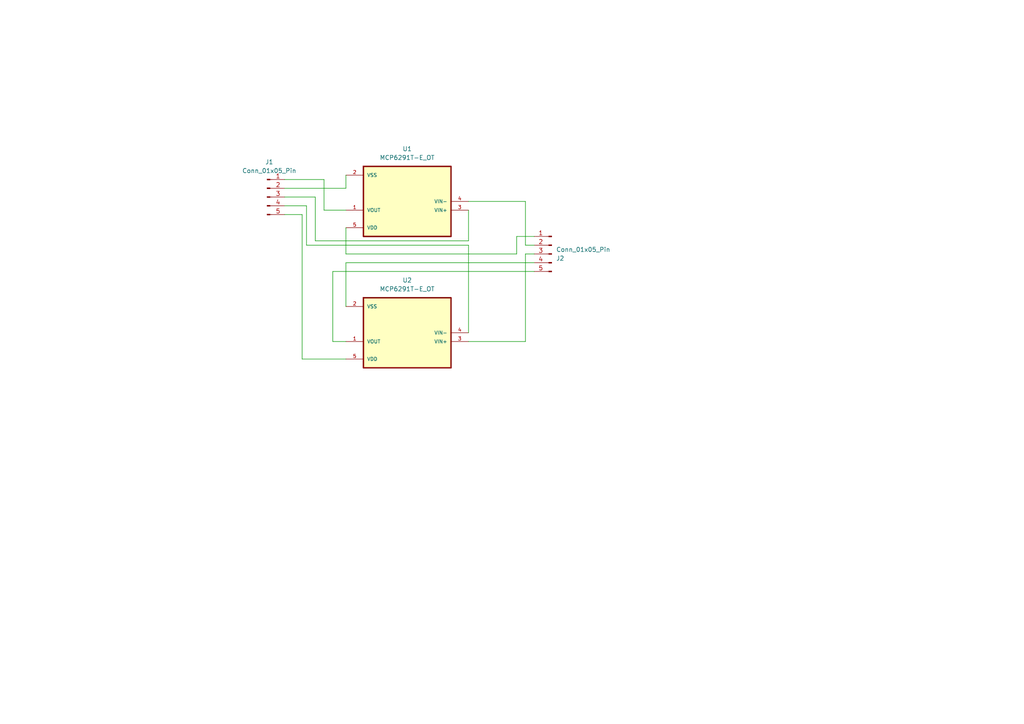
<source format=kicad_sch>
(kicad_sch (version 20230121) (generator eeschema)

  (uuid 6f8ee84c-3d75-4672-8a38-73cb2536622d)

  (paper "A4")

  (lib_symbols
    (symbol "Connector:Conn_01x05_Pin" (pin_names (offset 1.016) hide) (in_bom yes) (on_board yes)
      (property "Reference" "J" (at 0 7.62 0)
        (effects (font (size 1.27 1.27)))
      )
      (property "Value" "Conn_01x05_Pin" (at 0 -7.62 0)
        (effects (font (size 1.27 1.27)))
      )
      (property "Footprint" "" (at 0 0 0)
        (effects (font (size 1.27 1.27)) hide)
      )
      (property "Datasheet" "~" (at 0 0 0)
        (effects (font (size 1.27 1.27)) hide)
      )
      (property "ki_locked" "" (at 0 0 0)
        (effects (font (size 1.27 1.27)))
      )
      (property "ki_keywords" "connector" (at 0 0 0)
        (effects (font (size 1.27 1.27)) hide)
      )
      (property "ki_description" "Generic connector, single row, 01x05, script generated" (at 0 0 0)
        (effects (font (size 1.27 1.27)) hide)
      )
      (property "ki_fp_filters" "Connector*:*_1x??_*" (at 0 0 0)
        (effects (font (size 1.27 1.27)) hide)
      )
      (symbol "Conn_01x05_Pin_1_1"
        (polyline
          (pts
            (xy 1.27 -5.08)
            (xy 0.8636 -5.08)
          )
          (stroke (width 0.1524) (type default))
          (fill (type none))
        )
        (polyline
          (pts
            (xy 1.27 -2.54)
            (xy 0.8636 -2.54)
          )
          (stroke (width 0.1524) (type default))
          (fill (type none))
        )
        (polyline
          (pts
            (xy 1.27 0)
            (xy 0.8636 0)
          )
          (stroke (width 0.1524) (type default))
          (fill (type none))
        )
        (polyline
          (pts
            (xy 1.27 2.54)
            (xy 0.8636 2.54)
          )
          (stroke (width 0.1524) (type default))
          (fill (type none))
        )
        (polyline
          (pts
            (xy 1.27 5.08)
            (xy 0.8636 5.08)
          )
          (stroke (width 0.1524) (type default))
          (fill (type none))
        )
        (rectangle (start 0.8636 -4.953) (end 0 -5.207)
          (stroke (width 0.1524) (type default))
          (fill (type outline))
        )
        (rectangle (start 0.8636 -2.413) (end 0 -2.667)
          (stroke (width 0.1524) (type default))
          (fill (type outline))
        )
        (rectangle (start 0.8636 0.127) (end 0 -0.127)
          (stroke (width 0.1524) (type default))
          (fill (type outline))
        )
        (rectangle (start 0.8636 2.667) (end 0 2.413)
          (stroke (width 0.1524) (type default))
          (fill (type outline))
        )
        (rectangle (start 0.8636 5.207) (end 0 4.953)
          (stroke (width 0.1524) (type default))
          (fill (type outline))
        )
        (pin passive line (at 5.08 5.08 180) (length 3.81)
          (name "Pin_1" (effects (font (size 1.27 1.27))))
          (number "1" (effects (font (size 1.27 1.27))))
        )
        (pin passive line (at 5.08 2.54 180) (length 3.81)
          (name "Pin_2" (effects (font (size 1.27 1.27))))
          (number "2" (effects (font (size 1.27 1.27))))
        )
        (pin passive line (at 5.08 0 180) (length 3.81)
          (name "Pin_3" (effects (font (size 1.27 1.27))))
          (number "3" (effects (font (size 1.27 1.27))))
        )
        (pin passive line (at 5.08 -2.54 180) (length 3.81)
          (name "Pin_4" (effects (font (size 1.27 1.27))))
          (number "4" (effects (font (size 1.27 1.27))))
        )
        (pin passive line (at 5.08 -5.08 180) (length 3.81)
          (name "Pin_5" (effects (font (size 1.27 1.27))))
          (number "5" (effects (font (size 1.27 1.27))))
        )
      )
    )
    (symbol "MCP6291T-E_OT:MCP6291T-E_OT" (pin_names (offset 1.016)) (in_bom yes) (on_board yes)
      (property "Reference" "U" (at -12.7 11.16 0)
        (effects (font (size 1.27 1.27)) (justify left bottom))
      )
      (property "Value" "MCP6291T-E_OT" (at -12.7 -14.16 0)
        (effects (font (size 1.27 1.27)) (justify left bottom))
      )
      (property "Footprint" "MCP6291T-E_OT:SOT95P280X145-5N" (at 0 0 0)
        (effects (font (size 1.27 1.27)) (justify bottom) hide)
      )
      (property "Datasheet" "" (at 0 0 0)
        (effects (font (size 1.27 1.27)) hide)
      )
      (property "MF" "Microchip" (at 0 0 0)
        (effects (font (size 1.27 1.27)) (justify bottom) hide)
      )
      (property "Description" "\nMicrochip MCP6291T-E/OT Op Amp, 10MHz CMOS, Rail to Rail, 3 V, 5 V, 5-Pin SOT-23 | Microchip Technology Inc. MCP6291T-E/OT\n" (at 0 0 0)
        (effects (font (size 1.27 1.27)) (justify bottom) hide)
      )
      (property "Package" "SOT-23 Microchip" (at 0 0 0)
        (effects (font (size 1.27 1.27)) (justify bottom) hide)
      )
      (property "Price" "None" (at 0 0 0)
        (effects (font (size 1.27 1.27)) (justify bottom) hide)
      )
      (property "SnapEDA_Link" "https://www.snapeda.com/parts/MCP6291T-E/OT/Microchip/view-part/?ref=snap" (at 0 0 0)
        (effects (font (size 1.27 1.27)) (justify bottom) hide)
      )
      (property "MP" "MCP6291T-E/OT" (at 0 0 0)
        (effects (font (size 1.27 1.27)) (justify bottom) hide)
      )
      (property "Availability" "In Stock" (at 0 0 0)
        (effects (font (size 1.27 1.27)) (justify bottom) hide)
      )
      (property "Check_prices" "https://www.snapeda.com/parts/MCP6291T-E/OT/Microchip/view-part/?ref=eda" (at 0 0 0)
        (effects (font (size 1.27 1.27)) (justify bottom) hide)
      )
      (symbol "MCP6291T-E_OT_0_0"
        (rectangle (start -12.7 -10.16) (end 12.7 10.16)
          (stroke (width 0.41) (type default))
          (fill (type background))
        )
        (pin output line (at 17.78 2.54 180) (length 5.08)
          (name "VOUT" (effects (font (size 1.016 1.016))))
          (number "1" (effects (font (size 1.016 1.016))))
        )
        (pin power_in line (at 17.78 -7.62 180) (length 5.08)
          (name "VSS" (effects (font (size 1.016 1.016))))
          (number "2" (effects (font (size 1.016 1.016))))
        )
        (pin input line (at -17.78 2.54 0) (length 5.08)
          (name "VIN+" (effects (font (size 1.016 1.016))))
          (number "3" (effects (font (size 1.016 1.016))))
        )
        (pin input line (at -17.78 0 0) (length 5.08)
          (name "VIN-" (effects (font (size 1.016 1.016))))
          (number "4" (effects (font (size 1.016 1.016))))
        )
        (pin power_in line (at 17.78 7.62 180) (length 5.08)
          (name "VDD" (effects (font (size 1.016 1.016))))
          (number "5" (effects (font (size 1.016 1.016))))
        )
      )
    )
  )


  (wire (pts (xy 88.9 59.69) (xy 82.55 59.69))
    (stroke (width 0) (type default))
    (uuid 004c11d9-ab91-4c42-9422-28558b35c9ea)
  )
  (wire (pts (xy 91.44 69.85) (xy 91.44 57.15))
    (stroke (width 0) (type default))
    (uuid 0308626d-743b-4c45-b94c-28e1b64309f3)
  )
  (wire (pts (xy 96.52 78.74) (xy 154.94 78.74))
    (stroke (width 0) (type default))
    (uuid 05fe13d2-0a4f-4df2-b579-d9051cfedd3e)
  )
  (wire (pts (xy 100.33 54.61) (xy 82.55 54.61))
    (stroke (width 0) (type default))
    (uuid 0ee03fcf-ec85-499a-80bd-654367b2ed0d)
  )
  (wire (pts (xy 152.4 58.42) (xy 152.4 71.12))
    (stroke (width 0) (type default))
    (uuid 11e6b8ef-1167-45cb-962a-61ad767a6114)
  )
  (wire (pts (xy 93.98 60.96) (xy 93.98 52.07))
    (stroke (width 0) (type default))
    (uuid 17826a4e-5ae9-4113-8541-6cfd46c9ff3b)
  )
  (wire (pts (xy 87.63 104.14) (xy 87.63 62.23))
    (stroke (width 0) (type default))
    (uuid 26a0130b-4fbf-41bc-800f-4e7835a9e80f)
  )
  (wire (pts (xy 100.33 66.04) (xy 100.33 73.66))
    (stroke (width 0) (type default))
    (uuid 2709f292-d1e7-4b99-95f0-9a112f940037)
  )
  (wire (pts (xy 135.89 58.42) (xy 152.4 58.42))
    (stroke (width 0) (type default))
    (uuid 2e373db2-b34a-428d-893e-a53fe08257f7)
  )
  (wire (pts (xy 152.4 73.66) (xy 154.94 73.66))
    (stroke (width 0) (type default))
    (uuid 3a0fdef9-f31b-4d92-8be7-184b7c101292)
  )
  (wire (pts (xy 135.89 69.85) (xy 91.44 69.85))
    (stroke (width 0) (type default))
    (uuid 3ac9ebb1-c1af-4dae-976a-63bdc811c1d8)
  )
  (wire (pts (xy 135.89 96.52) (xy 135.89 71.12))
    (stroke (width 0) (type default))
    (uuid 3ceeb368-6a6c-4927-b85a-597219244ab9)
  )
  (wire (pts (xy 149.86 73.66) (xy 149.86 68.58))
    (stroke (width 0) (type default))
    (uuid 3f3d0cd6-fc01-4613-af17-05b5d2c99320)
  )
  (wire (pts (xy 100.33 60.96) (xy 93.98 60.96))
    (stroke (width 0) (type default))
    (uuid 434c885d-56ec-4e2f-8321-8f1b21f4f14e)
  )
  (wire (pts (xy 152.4 71.12) (xy 154.94 71.12))
    (stroke (width 0) (type default))
    (uuid 4387a6e1-e877-4774-ac87-104feb1037fd)
  )
  (wire (pts (xy 152.4 99.06) (xy 152.4 73.66))
    (stroke (width 0) (type default))
    (uuid 543b6030-7298-40ca-b366-0c71621540cc)
  )
  (wire (pts (xy 100.33 76.2) (xy 154.94 76.2))
    (stroke (width 0) (type default))
    (uuid 5c268feb-2c53-4221-a5ec-15460ea5fac4)
  )
  (wire (pts (xy 93.98 52.07) (xy 82.55 52.07))
    (stroke (width 0) (type default))
    (uuid 60f98c71-6aff-4787-98db-9197fb97c672)
  )
  (wire (pts (xy 100.33 104.14) (xy 87.63 104.14))
    (stroke (width 0) (type default))
    (uuid 8149a9ea-3abc-4fca-addc-ba451213d02f)
  )
  (wire (pts (xy 135.89 99.06) (xy 152.4 99.06))
    (stroke (width 0) (type default))
    (uuid 86c7bb07-b081-4449-8339-d1c4e5c46565)
  )
  (wire (pts (xy 100.33 73.66) (xy 149.86 73.66))
    (stroke (width 0) (type default))
    (uuid 9adc92d8-81a4-4ce6-af0e-487a7ffbc91c)
  )
  (wire (pts (xy 135.89 71.12) (xy 88.9 71.12))
    (stroke (width 0) (type default))
    (uuid a23ac793-5f5d-4d61-a77a-b8c650b86ac9)
  )
  (wire (pts (xy 96.52 99.06) (xy 96.52 78.74))
    (stroke (width 0) (type default))
    (uuid a97c98b3-697a-478f-b35f-370742e97e71)
  )
  (wire (pts (xy 87.63 62.23) (xy 82.55 62.23))
    (stroke (width 0) (type default))
    (uuid af43b3ae-b78b-470e-9b63-e7d0b5ae10b8)
  )
  (wire (pts (xy 100.33 50.8) (xy 100.33 54.61))
    (stroke (width 0) (type default))
    (uuid c041c1b2-7fa6-4452-a7ae-fad2bc4021c0)
  )
  (wire (pts (xy 149.86 68.58) (xy 154.94 68.58))
    (stroke (width 0) (type default))
    (uuid c0546aa0-e901-4361-95b5-572beef01eb1)
  )
  (wire (pts (xy 100.33 99.06) (xy 96.52 99.06))
    (stroke (width 0) (type default))
    (uuid c8e76582-d3f2-4e5b-b82c-6b520c23ff5e)
  )
  (wire (pts (xy 135.89 60.96) (xy 135.89 69.85))
    (stroke (width 0) (type default))
    (uuid d1ef061b-ad13-434d-9e54-8ead16bf60d7)
  )
  (wire (pts (xy 91.44 57.15) (xy 82.55 57.15))
    (stroke (width 0) (type default))
    (uuid e20a20a0-739e-4344-a813-d5aa82592aa1)
  )
  (wire (pts (xy 88.9 71.12) (xy 88.9 59.69))
    (stroke (width 0) (type default))
    (uuid f51572b1-de8b-4c03-bef0-304a200501f0)
  )
  (wire (pts (xy 100.33 88.9) (xy 100.33 76.2))
    (stroke (width 0) (type default))
    (uuid fc77d45a-4155-4e31-835a-77b5ad74bc2a)
  )

  (symbol (lib_id "MCP6291T-E_OT:MCP6291T-E_OT") (at 118.11 96.52 180) (unit 1)
    (in_bom yes) (on_board yes) (dnp no) (fields_autoplaced)
    (uuid 3f80e816-f7dc-4c93-b4f9-efb59d34863d)
    (property "Reference" "U2" (at 118.11 81.28 0)
      (effects (font (size 1.27 1.27)))
    )
    (property "Value" "MCP6291T-E_OT" (at 118.11 83.82 0)
      (effects (font (size 1.27 1.27)))
    )
    (property "Footprint" "MCP6291T-E_OT:SOT95P280X145-5N" (at 118.11 96.52 0)
      (effects (font (size 1.27 1.27)) (justify bottom) hide)
    )
    (property "Datasheet" "" (at 118.11 96.52 0)
      (effects (font (size 1.27 1.27)) hide)
    )
    (property "MF" "Microchip" (at 118.11 96.52 0)
      (effects (font (size 1.27 1.27)) (justify bottom) hide)
    )
    (property "Description" "\nMicrochip MCP6291T-E/OT Op Amp, 10MHz CMOS, Rail to Rail, 3 V, 5 V, 5-Pin SOT-23 | Microchip Technology Inc. MCP6291T-E/OT\n" (at 118.11 96.52 0)
      (effects (font (size 1.27 1.27)) (justify bottom) hide)
    )
    (property "Package" "SOT-23 Microchip" (at 118.11 96.52 0)
      (effects (font (size 1.27 1.27)) (justify bottom) hide)
    )
    (property "Price" "None" (at 118.11 96.52 0)
      (effects (font (size 1.27 1.27)) (justify bottom) hide)
    )
    (property "SnapEDA_Link" "https://www.snapeda.com/parts/MCP6291T-E/OT/Microchip/view-part/?ref=snap" (at 118.11 96.52 0)
      (effects (font (size 1.27 1.27)) (justify bottom) hide)
    )
    (property "MP" "MCP6291T-E/OT" (at 118.11 96.52 0)
      (effects (font (size 1.27 1.27)) (justify bottom) hide)
    )
    (property "Availability" "In Stock" (at 118.11 96.52 0)
      (effects (font (size 1.27 1.27)) (justify bottom) hide)
    )
    (property "Check_prices" "https://www.snapeda.com/parts/MCP6291T-E/OT/Microchip/view-part/?ref=eda" (at 118.11 96.52 0)
      (effects (font (size 1.27 1.27)) (justify bottom) hide)
    )
    (pin "4" (uuid 5e98bb24-a0b3-40f9-a144-095acf1b5701))
    (pin "1" (uuid 225f3674-dfd2-4706-8d71-46b8f8c24ae6))
    (pin "3" (uuid eacbe0ab-f30b-4d22-a472-be9cd914d480))
    (pin "5" (uuid c62225af-d29b-4ad4-970e-09eac4c74c58))
    (pin "2" (uuid cb23114b-297b-40fb-93aa-ed6fd2a7c521))
    (instances
      (project "Adaptador SOT-23-5"
        (path "/6f8ee84c-3d75-4672-8a38-73cb2536622d"
          (reference "U2") (unit 1)
        )
      )
    )
  )

  (symbol (lib_id "Connector:Conn_01x05_Pin") (at 160.02 73.66 0) (mirror y) (unit 1)
    (in_bom yes) (on_board yes) (dnp no)
    (uuid 41d28478-3d4e-4c69-bdca-40ec06e3315a)
    (property "Reference" "J2" (at 161.29 74.93 0)
      (effects (font (size 1.27 1.27)) (justify right))
    )
    (property "Value" "Conn_01x05_Pin" (at 161.29 72.39 0)
      (effects (font (size 1.27 1.27)) (justify right))
    )
    (property "Footprint" "Connector_PinSocket_2.54mm:PinSocket_1x05_P2.54mm_Vertical" (at 160.02 73.66 0)
      (effects (font (size 1.27 1.27)) hide)
    )
    (property "Datasheet" "~" (at 160.02 73.66 0)
      (effects (font (size 1.27 1.27)) hide)
    )
    (pin "2" (uuid f109fff6-5a41-4179-a475-225a36244e2e))
    (pin "1" (uuid 84963b56-853b-472d-81f2-557a5aee90d9))
    (pin "5" (uuid 15d78344-3024-4bec-ba47-2768ae5d8d75))
    (pin "4" (uuid 29ae89b0-78a5-424e-862f-150d9086967c))
    (pin "3" (uuid c8c37f68-25c2-4f78-9e69-20d08f6dc571))
    (instances
      (project "Adaptador SOT-23-5"
        (path "/6f8ee84c-3d75-4672-8a38-73cb2536622d"
          (reference "J2") (unit 1)
        )
      )
    )
  )

  (symbol (lib_id "Connector:Conn_01x05_Pin") (at 77.47 57.15 0) (unit 1)
    (in_bom yes) (on_board yes) (dnp no) (fields_autoplaced)
    (uuid 465044ba-6cc7-4c91-a8ca-0d9388131b0e)
    (property "Reference" "J1" (at 78.105 46.99 0)
      (effects (font (size 1.27 1.27)))
    )
    (property "Value" "Conn_01x05_Pin" (at 78.105 49.53 0)
      (effects (font (size 1.27 1.27)))
    )
    (property "Footprint" "Connector_PinSocket_2.54mm:PinSocket_1x05_P2.54mm_Vertical" (at 77.47 57.15 0)
      (effects (font (size 1.27 1.27)) hide)
    )
    (property "Datasheet" "~" (at 77.47 57.15 0)
      (effects (font (size 1.27 1.27)) hide)
    )
    (pin "3" (uuid 1b2aa145-459e-48a5-a957-546aa7f78cfb))
    (pin "2" (uuid 6f6751cb-9223-46c0-835b-fe2d5139c426))
    (pin "5" (uuid 03a650cf-7531-425d-a308-7dbfd93f23db))
    (pin "4" (uuid 274e5a2c-03d0-4e88-adbf-bac928ca104e))
    (pin "1" (uuid 5c5ce7a1-53b9-40c9-b8eb-4b70f3717f5d))
    (instances
      (project "Adaptador SOT-23-5"
        (path "/6f8ee84c-3d75-4672-8a38-73cb2536622d"
          (reference "J1") (unit 1)
        )
      )
    )
  )

  (symbol (lib_id "MCP6291T-E_OT:MCP6291T-E_OT") (at 118.11 58.42 180) (unit 1)
    (in_bom yes) (on_board yes) (dnp no) (fields_autoplaced)
    (uuid eba559c5-7110-4694-abdc-3655a93dac18)
    (property "Reference" "U1" (at 118.11 43.18 0)
      (effects (font (size 1.27 1.27)))
    )
    (property "Value" "MCP6291T-E_OT" (at 118.11 45.72 0)
      (effects (font (size 1.27 1.27)))
    )
    (property "Footprint" "MCP6291T-E_OT:SOT95P280X145-5N" (at 118.11 58.42 0)
      (effects (font (size 1.27 1.27)) (justify bottom) hide)
    )
    (property "Datasheet" "" (at 118.11 58.42 0)
      (effects (font (size 1.27 1.27)) hide)
    )
    (property "MF" "Microchip" (at 118.11 58.42 0)
      (effects (font (size 1.27 1.27)) (justify bottom) hide)
    )
    (property "Description" "\nMicrochip MCP6291T-E/OT Op Amp, 10MHz CMOS, Rail to Rail, 3 V, 5 V, 5-Pin SOT-23 | Microchip Technology Inc. MCP6291T-E/OT\n" (at 118.11 58.42 0)
      (effects (font (size 1.27 1.27)) (justify bottom) hide)
    )
    (property "Package" "SOT-23 Microchip" (at 118.11 58.42 0)
      (effects (font (size 1.27 1.27)) (justify bottom) hide)
    )
    (property "Price" "None" (at 118.11 58.42 0)
      (effects (font (size 1.27 1.27)) (justify bottom) hide)
    )
    (property "SnapEDA_Link" "https://www.snapeda.com/parts/MCP6291T-E/OT/Microchip/view-part/?ref=snap" (at 118.11 58.42 0)
      (effects (font (size 1.27 1.27)) (justify bottom) hide)
    )
    (property "MP" "MCP6291T-E/OT" (at 118.11 58.42 0)
      (effects (font (size 1.27 1.27)) (justify bottom) hide)
    )
    (property "Availability" "In Stock" (at 118.11 58.42 0)
      (effects (font (size 1.27 1.27)) (justify bottom) hide)
    )
    (property "Check_prices" "https://www.snapeda.com/parts/MCP6291T-E/OT/Microchip/view-part/?ref=eda" (at 118.11 58.42 0)
      (effects (font (size 1.27 1.27)) (justify bottom) hide)
    )
    (pin "2" (uuid 3259240b-8d04-430e-ae0a-7d83e0823aa1))
    (pin "3" (uuid 09811f30-ad5b-467e-baa8-36064dba41aa))
    (pin "5" (uuid bdbdb0db-bfbc-4344-bc9c-1883f0354ce7))
    (pin "4" (uuid c5073abf-a7f6-449a-af5c-d9d9e3a6dae7))
    (pin "1" (uuid 5dcc7c09-ea83-437e-b7c2-4a128e9643a8))
    (instances
      (project "Adaptador SOT-23-5"
        (path "/6f8ee84c-3d75-4672-8a38-73cb2536622d"
          (reference "U1") (unit 1)
        )
      )
    )
  )

  (sheet_instances
    (path "/" (page "1"))
  )
)

</source>
